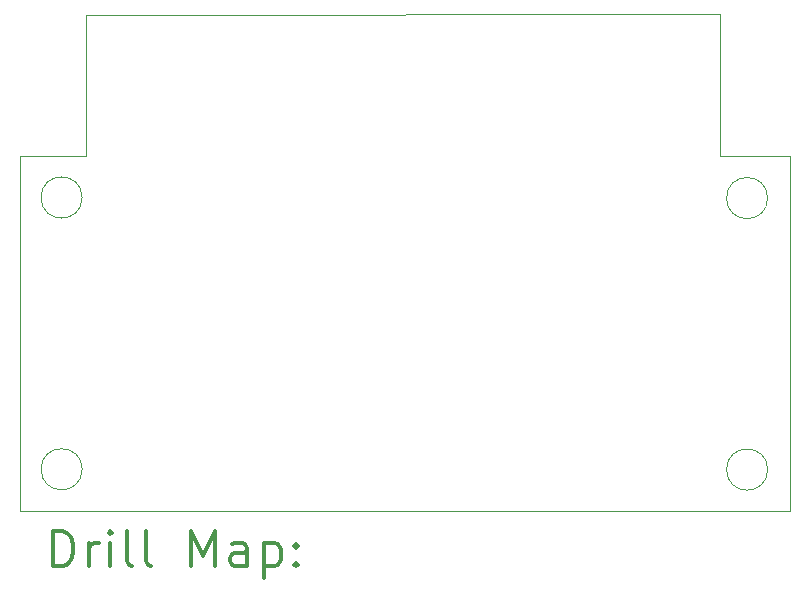
<source format=gbr>
%FSLAX45Y45*%
G04 Gerber Fmt 4.5, Leading zero omitted, Abs format (unit mm)*
G04 Created by KiCad (PCBNEW (5.1.5-0-10_14)) date 2021-04-02 15:52:51*
%MOMM*%
%LPD*%
G04 APERTURE LIST*
%TA.AperFunction,Profile*%
%ADD10C,0.050000*%
%TD*%
%TA.AperFunction,Profile*%
%ADD11C,0.100000*%
%TD*%
%ADD12C,0.200000*%
%ADD13C,0.300000*%
G04 APERTURE END LIST*
D10*
X3184126Y-7142480D02*
G75*
G03X3184126Y-7142480I-174226J0D01*
G01*
X3184126Y-9443720D02*
G75*
G03X3184126Y-9443720I-174226J0D01*
G01*
X8988026Y-9446260D02*
G75*
G03X8988026Y-9446260I-174226J0D01*
G01*
X9177020Y-6791960D02*
X8587740Y-6791960D01*
X2656840Y-6789420D02*
X2661920Y-9794240D01*
X8988026Y-7147560D02*
G75*
G03X8988026Y-7147560I-174226J0D01*
G01*
D11*
X9177020Y-6791960D02*
X9179560Y-9794240D01*
X8587740Y-5593080D02*
X8587740Y-6791960D01*
X9179560Y-9794240D02*
X2661920Y-9794240D01*
X2656840Y-6789420D02*
X3220720Y-6789420D01*
X3220720Y-6789420D02*
X3220720Y-5598160D01*
X3220720Y-5598160D02*
X8587740Y-5593080D01*
D12*
D13*
X2938268Y-10264954D02*
X2938268Y-9964954D01*
X3009697Y-9964954D01*
X3052554Y-9979240D01*
X3081126Y-10007812D01*
X3095411Y-10036383D01*
X3109697Y-10093526D01*
X3109697Y-10136383D01*
X3095411Y-10193526D01*
X3081126Y-10222097D01*
X3052554Y-10250669D01*
X3009697Y-10264954D01*
X2938268Y-10264954D01*
X3238268Y-10264954D02*
X3238268Y-10064954D01*
X3238268Y-10122097D02*
X3252554Y-10093526D01*
X3266840Y-10079240D01*
X3295411Y-10064954D01*
X3323983Y-10064954D01*
X3423983Y-10264954D02*
X3423983Y-10064954D01*
X3423983Y-9964954D02*
X3409697Y-9979240D01*
X3423983Y-9993526D01*
X3438268Y-9979240D01*
X3423983Y-9964954D01*
X3423983Y-9993526D01*
X3609697Y-10264954D02*
X3581126Y-10250669D01*
X3566840Y-10222097D01*
X3566840Y-9964954D01*
X3766840Y-10264954D02*
X3738268Y-10250669D01*
X3723983Y-10222097D01*
X3723983Y-9964954D01*
X4109697Y-10264954D02*
X4109697Y-9964954D01*
X4209697Y-10179240D01*
X4309697Y-9964954D01*
X4309697Y-10264954D01*
X4581126Y-10264954D02*
X4581126Y-10107812D01*
X4566840Y-10079240D01*
X4538268Y-10064954D01*
X4481126Y-10064954D01*
X4452554Y-10079240D01*
X4581126Y-10250669D02*
X4552554Y-10264954D01*
X4481126Y-10264954D01*
X4452554Y-10250669D01*
X4438268Y-10222097D01*
X4438268Y-10193526D01*
X4452554Y-10164954D01*
X4481126Y-10150669D01*
X4552554Y-10150669D01*
X4581126Y-10136383D01*
X4723983Y-10064954D02*
X4723983Y-10364954D01*
X4723983Y-10079240D02*
X4752554Y-10064954D01*
X4809697Y-10064954D01*
X4838268Y-10079240D01*
X4852554Y-10093526D01*
X4866840Y-10122097D01*
X4866840Y-10207812D01*
X4852554Y-10236383D01*
X4838268Y-10250669D01*
X4809697Y-10264954D01*
X4752554Y-10264954D01*
X4723983Y-10250669D01*
X4995411Y-10236383D02*
X5009697Y-10250669D01*
X4995411Y-10264954D01*
X4981126Y-10250669D01*
X4995411Y-10236383D01*
X4995411Y-10264954D01*
X4995411Y-10079240D02*
X5009697Y-10093526D01*
X4995411Y-10107812D01*
X4981126Y-10093526D01*
X4995411Y-10079240D01*
X4995411Y-10107812D01*
M02*

</source>
